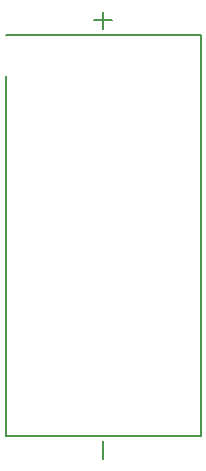
<source format=gbo>
G04*
G04 #@! TF.GenerationSoftware,Altium Limited,Altium Designer,22.8.2 (66)*
G04*
G04 Layer_Color=32896*
%FSLAX44Y44*%
%MOMM*%
G71*
G04*
G04 #@! TF.SameCoordinates,1C822ADC-4D7C-47C7-80CC-BC155C960612*
G04*
G04*
G04 #@! TF.FilePolarity,Positive*
G04*
G01*
G75*
%ADD43C,0.1270*%
D43*
X1574800Y253260D02*
Y557910D01*
Y592560D02*
X1739900D01*
Y253260D02*
Y592560D01*
X1574800Y253260D02*
X1739900D01*
X1657350Y233760D02*
Y248760D01*
X1649850Y605060D02*
X1664850D01*
X1657350Y597560D02*
Y612560D01*
M02*

</source>
